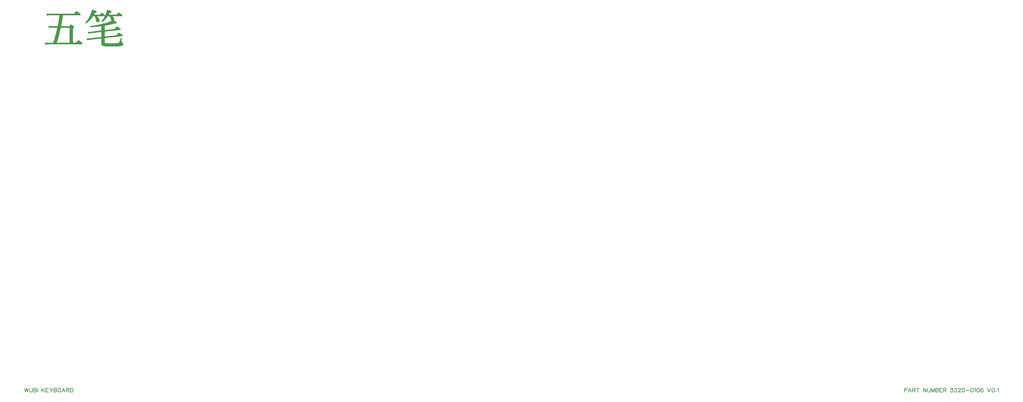
<source format=gto>
G04 Layer: TopSilkscreenLayer*
G04 EasyEDA v6.5.34, 2023-08-21 18:11:39*
G04 5f339448e5ce41b4b7b7b9c2d0f11448,5a6b42c53f6a479593ecc07194224c93,10*
G04 Gerber Generator version 0.2*
G04 Scale: 100 percent, Rotated: No, Reflected: No *
G04 Dimensions in millimeters *
G04 leading zeros omitted , absolute positions ,4 integer and 5 decimal *
%FSLAX45Y45*%
%MOMM*%

%ADD10C,0.1524*%

%LPD*%
G36*
X2339035Y10581589D02*
G01*
X2336800Y10579100D01*
X2334971Y10575899D01*
X2332380Y10566450D01*
X2330043Y10560862D01*
X2327097Y10555071D01*
X2324709Y10529976D01*
X2322525Y10527538D01*
X2321560Y10525861D01*
X2320493Y10523067D01*
X2316734Y10507675D01*
X2315514Y10504474D01*
X2313178Y10500309D01*
X2312111Y10497769D01*
X2310180Y10489285D01*
X2309317Y10486288D01*
X2308199Y10483443D01*
X2305710Y10478922D01*
X2303627Y10472877D01*
X2302510Y10466730D01*
X2301646Y10463885D01*
X2300528Y10461447D01*
X2298039Y10457738D01*
X2295956Y10453166D01*
X2294788Y10448696D01*
X2293874Y10446308D01*
X2292756Y10444124D01*
X2290368Y10440568D01*
X2289251Y10438282D01*
X2288336Y10435793D01*
X2287168Y10431018D01*
X2286355Y10428681D01*
X2285390Y10426649D01*
X2283206Y10423550D01*
X2280920Y10418521D01*
X2279192Y10412882D01*
X2277211Y10408158D01*
X2275382Y10405516D01*
X2273249Y10401300D01*
X2271369Y10396524D01*
X2269032Y10392105D01*
X2266950Y10389362D01*
X2265172Y10386263D01*
X2263952Y10383266D01*
X2261870Y10379659D01*
X2259431Y10376306D01*
X2258263Y10374223D01*
X2256282Y10368178D01*
X2254250Y10364368D01*
X2251760Y10361472D01*
X2250592Y10359745D01*
X2249678Y10357815D01*
X2248560Y10354259D01*
X2247696Y10352278D01*
X2246579Y10350398D01*
X2244140Y10347248D01*
X2241804Y10343184D01*
X2240229Y10339374D01*
X2238095Y10336123D01*
X2235962Y10334193D01*
X2234590Y10332313D01*
X2234082Y10330434D01*
X2231999Y10327335D01*
X2228951Y10323779D01*
X2227529Y10321747D01*
X2226462Y10319715D01*
X2225344Y10316362D01*
X2224430Y10314736D01*
X2223312Y10313314D01*
X2220874Y10311282D01*
X2219248Y10309301D01*
X2218639Y10307320D01*
X2216251Y10303510D01*
X2212746Y10299039D01*
X2210358Y10295128D01*
X2209698Y10292943D01*
X2207818Y10289997D01*
X2200452Y10281462D01*
X2186635Y10263479D01*
X2179066Y10254183D01*
X2168855Y10242702D01*
X2165451Y10238587D01*
X2162352Y10234015D01*
X2159914Y10229545D01*
X2158542Y10225786D01*
X2157577Y10221620D01*
X2168042Y10208768D01*
X2180539Y10208768D01*
X2184704Y10213035D01*
X2187752Y10215118D01*
X2191156Y10216692D01*
X2192426Y10218521D01*
X2195322Y10221010D01*
X2201011Y10224770D01*
X2204059Y10227056D01*
X2211933Y10234218D01*
X2215489Y10237114D01*
X2219807Y10239400D01*
X2222398Y10241534D01*
X2224328Y10244074D01*
X2226310Y10245750D01*
X2228138Y10246309D01*
X2231390Y10248392D01*
X2245664Y10261092D01*
X2254351Y10269169D01*
X2276144Y10290098D01*
X2279142Y10292638D01*
X2281275Y10293807D01*
X2282748Y10295432D01*
X2284222Y10297922D01*
X2285339Y10299242D01*
X2287879Y10301122D01*
X2289098Y10301782D01*
X2290064Y10302646D01*
X2290724Y10303560D01*
X2291283Y10305338D01*
X2293315Y10307777D01*
X2296312Y10310164D01*
X2298395Y10312450D01*
X2298954Y10314127D01*
X2300833Y10316718D01*
X2303983Y10319969D01*
X2308606Y10325303D01*
X2315565Y10333990D01*
X2322068Y10341051D01*
X2322830Y10342118D01*
X2323388Y10343591D01*
X2325471Y10346334D01*
X2331262Y10352481D01*
X2335885Y10358069D01*
X2338171Y10361980D01*
X2341016Y10365943D01*
X2344013Y10369651D01*
X2345944Y10372953D01*
X2346452Y10375036D01*
X2348077Y10377373D01*
X2350566Y10379710D01*
X2353056Y10383062D01*
X2355342Y10387533D01*
X2357170Y10389108D01*
X2359152Y10392105D01*
X2363012Y10399928D01*
X2366975Y10400741D01*
X2375357Y10401350D01*
X2388006Y10401503D01*
X2400147Y10401147D01*
X2404567Y10400792D01*
X2407005Y10400334D01*
X2408428Y10399572D01*
X2409545Y10398455D01*
X2410409Y10396982D01*
X2411476Y10393375D01*
X2413558Y10389717D01*
X2416149Y10386771D01*
X2417318Y10384790D01*
X2418283Y10382605D01*
X2419502Y10378338D01*
X2420366Y10376052D01*
X2423871Y10370210D01*
X2425039Y10367467D01*
X2426106Y10364216D01*
X2427630Y10357408D01*
X2429764Y10351262D01*
X2430830Y10349230D01*
X2433421Y10345623D01*
X2434844Y10329672D01*
X2435707Y10324846D01*
X2436825Y10320426D01*
X2438095Y10316718D01*
X2440990Y10309656D01*
X2442616Y10281615D01*
X2446985Y10272064D01*
X2449068Y10265613D01*
X2450287Y10260380D01*
X2451201Y10258094D01*
X2452319Y10256164D01*
X2455875Y10252303D01*
X2456535Y10251186D01*
X2456992Y10249560D01*
X2458516Y10247884D01*
X2461056Y10246360D01*
X2464409Y10243870D01*
X2469438Y10239298D01*
X2486050Y10238435D01*
X2496820Y10238587D01*
X2509824Y10239857D01*
X2513888Y10244124D01*
X2516225Y10245750D01*
X2517038Y10246004D01*
X2520188Y10247985D01*
X2524963Y10252456D01*
X2529382Y10257332D01*
X2531313Y10260533D01*
X2532075Y10262666D01*
X2536291Y10268915D01*
X2537663Y10274147D01*
X2538272Y10283190D01*
X2538374Y10321442D01*
X2533599Y10328757D01*
X2532329Y10331348D01*
X2531364Y10333939D01*
X2530195Y10338206D01*
X2529281Y10340441D01*
X2526792Y10344251D01*
X2524556Y10347147D01*
X2523845Y10348417D01*
X2523236Y10350398D01*
X2520848Y10353802D01*
X2517343Y10357815D01*
X2514955Y10361320D01*
X2514346Y10363301D01*
X2513685Y10364165D01*
X2509113Y10367314D01*
X2508453Y10368229D01*
X2507894Y10369854D01*
X2507081Y10370921D01*
X2502814Y10374020D01*
X2500071Y10376763D01*
X2498648Y10379202D01*
X2497124Y10380726D01*
X2495448Y10381335D01*
X2492197Y10383723D01*
X2485136Y10390530D01*
X2481580Y10393629D01*
X2478684Y10395559D01*
X2474264Y10397591D01*
X2472740Y10398506D01*
X2472537Y10398861D01*
X2472740Y10399217D01*
X2474823Y10399776D01*
X2479446Y10400233D01*
X2498547Y10400842D01*
X2653284Y10402265D01*
X2677109Y10402722D01*
X2679750Y10403433D01*
X2680208Y10399776D01*
X2680208Y10398048D01*
X2679801Y10396321D01*
X2679090Y10394746D01*
X2676804Y10391800D01*
X2674315Y10387228D01*
X2672384Y10382402D01*
X2669997Y10377982D01*
X2667863Y10375188D01*
X2666085Y10371734D01*
X2664866Y10368229D01*
X2662428Y10363911D01*
X2658364Y10358272D01*
X2657551Y10356545D01*
X2657094Y10354208D01*
X2655722Y10351922D01*
X2653588Y10349941D01*
X2651099Y10346334D01*
X2649016Y10342016D01*
X2646273Y10337393D01*
X2643733Y10334040D01*
X2642108Y10331399D01*
X2641549Y10329722D01*
X2639466Y10326674D01*
X2636469Y10322966D01*
X2635250Y10321036D01*
X2634437Y10319308D01*
X2633878Y10316819D01*
X2632151Y10314381D01*
X2629662Y10312400D01*
X2627985Y10310317D01*
X2627426Y10308437D01*
X2625344Y10305338D01*
X2622346Y10301986D01*
X2620314Y10299242D01*
X2619654Y10297718D01*
X2617368Y10294569D01*
X2613914Y10290505D01*
X2611120Y10286390D01*
X2609951Y10283748D01*
X2609240Y10282834D01*
X2608427Y10282224D01*
X2606802Y10281716D01*
X2605887Y10280904D01*
X2605074Y10279684D01*
X2603652Y10276636D01*
X2602636Y10275011D01*
X2601417Y10273588D01*
X2598928Y10271353D01*
X2597658Y10269575D01*
X2596540Y10267391D01*
X2595676Y10265054D01*
X2594152Y10259517D01*
X2595422Y10253878D01*
X2596743Y10249509D01*
X2598877Y10247122D01*
X2602839Y10246258D01*
X2609545Y10246309D01*
X2618994Y10246715D01*
X2623007Y10251592D01*
X2625293Y10253472D01*
X2626918Y10254030D01*
X2629204Y10256012D01*
X2631744Y10259009D01*
X2633268Y10260380D01*
X2634843Y10261396D01*
X2637434Y10262412D01*
X2639060Y10263479D01*
X2639720Y10264749D01*
X2642616Y10267238D01*
X2648559Y10271150D01*
X2651810Y10273639D01*
X2659938Y10281310D01*
X2663647Y10284510D01*
X2665120Y10285476D01*
X2666796Y10286085D01*
X2668320Y10287711D01*
X2669794Y10290251D01*
X2672130Y10292588D01*
X2674569Y10294061D01*
X2676550Y10296093D01*
X2677668Y10298226D01*
X2679700Y10300258D01*
X2682240Y10301782D01*
X2684322Y10303916D01*
X2685338Y10306100D01*
X2686659Y10307472D01*
X2688285Y10308031D01*
X2691231Y10310266D01*
X2699359Y10318445D01*
X2716174Y10336733D01*
X2736951Y10360863D01*
X2739186Y10364216D01*
X2739796Y10365943D01*
X2741472Y10367924D01*
X2744012Y10369854D01*
X2746146Y10372445D01*
X2747314Y10374985D01*
X2749600Y10378236D01*
X2754122Y10383316D01*
X2757627Y10387838D01*
X2760776Y10392511D01*
X2763113Y10396474D01*
X2765196Y10399014D01*
X2769362Y10400487D01*
X2777388Y10401147D01*
X2811119Y10401503D01*
X2816809Y10395915D01*
X2819958Y10391902D01*
X2821940Y10388650D01*
X2823921Y10386263D01*
X2825546Y10385145D01*
X2827020Y10382859D01*
X2828036Y10379760D01*
X2829915Y10376357D01*
X2832100Y10373410D01*
X2834386Y10368381D01*
X2836164Y10362692D01*
X2837230Y10359948D01*
X2838399Y10357662D01*
X2840634Y10354259D01*
X2841650Y10351516D01*
X2842564Y10348010D01*
X2844038Y10340086D01*
X2844901Y10336580D01*
X2845866Y10333837D01*
X2847746Y10330484D01*
X2849676Y10323830D01*
X2851353Y10315041D01*
X2852420Y10311180D01*
X2853588Y10308082D01*
X2855976Y10304272D01*
X2857906Y10300360D01*
X2859024Y10296956D01*
X2859938Y10295280D01*
X2861106Y10293807D01*
X2864561Y10290759D01*
X2865221Y10289692D01*
X2865780Y10287965D01*
X2866593Y10287050D01*
X2869336Y10285476D01*
X2872079Y10284206D01*
X2872994Y10283139D01*
X2872181Y10282224D01*
X2867863Y10280853D01*
X2864358Y10279024D01*
X2861411Y10276738D01*
X2856687Y10274350D01*
X2851658Y10272572D01*
X2847136Y10270337D01*
X2844139Y10268254D01*
X2842107Y10267289D01*
X2839770Y10266476D01*
X2834995Y10265359D01*
X2832658Y10264495D01*
X2830626Y10263479D01*
X2827680Y10261295D01*
X2825597Y10260177D01*
X2823159Y10259263D01*
X2818028Y10257993D01*
X2812491Y10255758D01*
X2808122Y10253218D01*
X2802940Y10251135D01*
X2798216Y10249966D01*
X2793085Y10247934D01*
X2788666Y10245496D01*
X2785872Y10244328D01*
X2782874Y10243413D01*
X2777185Y10242245D01*
X2774137Y10241330D01*
X2771343Y10240213D01*
X2766822Y10237774D01*
X2764028Y10236606D01*
X2761030Y10235692D01*
X2755239Y10234574D01*
X2749092Y10232542D01*
X2744012Y10230104D01*
X2740710Y10228986D01*
X2737154Y10228072D01*
X2730195Y10226954D01*
X2726893Y10226090D01*
X2723946Y10224922D01*
X2719070Y10222230D01*
X2716072Y10221112D01*
X2712618Y10220299D01*
X2704947Y10219182D01*
X2701086Y10218267D01*
X2697480Y10217150D01*
X2691536Y10214660D01*
X2687878Y10213543D01*
X2679750Y10212070D01*
X2675585Y10211511D01*
X2671775Y10210647D01*
X2668422Y10209530D01*
X2662834Y10206888D01*
X2659532Y10205821D01*
X2655773Y10205008D01*
X2647594Y10203891D01*
X2643428Y10203027D01*
X2639466Y10201808D01*
X2633014Y10199166D01*
X2627071Y10197439D01*
X2618536Y10196728D01*
X2611983Y10195661D01*
X2606446Y10194188D01*
X2603144Y10192562D01*
X2600807Y10190429D01*
X2575661Y10188041D01*
X2562809Y10181945D01*
X2539644Y10180320D01*
X2532989Y10177170D01*
X2529941Y10175951D01*
X2526639Y10174935D01*
X2523490Y10174274D01*
X2513228Y10173563D01*
X2505354Y10172496D01*
X2498293Y10170922D01*
X2493162Y10169042D01*
X2488234Y10166604D01*
X2470353Y10165334D01*
X2460752Y10163810D01*
X2457653Y10162997D01*
X2451557Y10160914D01*
X2445613Y10159492D01*
X2438349Y10158425D01*
X2421737Y10156850D01*
X2415997Y10155986D01*
X2411374Y10154920D01*
X2407920Y10153751D01*
X2402128Y10151211D01*
X2377897Y10149738D01*
X2370836Y10148824D01*
X2364689Y10147452D01*
X2357780Y10145268D01*
X2354275Y10144404D01*
X2342642Y10142778D01*
X2319883Y10141204D01*
X2315362Y10138867D01*
X2312720Y10137902D01*
X2308860Y10136936D01*
X2304186Y10136073D01*
X2287778Y10134346D01*
X2280666Y10126472D01*
X2280666Y10120630D01*
X2281021Y10115854D01*
X2282088Y10112502D01*
X2284120Y10110216D01*
X2287270Y10108641D01*
X2289708Y10108133D01*
X2299004Y10107523D01*
X2312771Y10107320D01*
X2329383Y10107472D01*
X2347214Y10108031D01*
X2364587Y10108844D01*
X2379827Y10109860D01*
X2391257Y10111130D01*
X2397607Y10112248D01*
X2405634Y10113111D01*
X2417419Y10113924D01*
X2472385Y10116362D01*
X2479040Y10116870D01*
X2484577Y10117531D01*
X2494178Y10119410D01*
X2499156Y10120731D01*
X2507183Y10122052D01*
X2512009Y10122509D01*
X2523337Y10122763D01*
X2537917Y10123525D01*
X2551684Y10124897D01*
X2561742Y10126472D01*
X2567127Y10128097D01*
X2574544Y10129570D01*
X2587904Y10130739D01*
X2587244Y10012781D01*
X2537104Y10009835D01*
X2525522Y10005517D01*
X2492654Y10003790D01*
X2480259Y10002875D01*
X2470353Y10001554D01*
X2454859Y9998252D01*
X2444800Y9997084D01*
X2409952Y9995001D01*
X2402586Y9994188D01*
X2397658Y9993376D01*
X2387803Y9991242D01*
X2378303Y9989820D01*
X2366873Y9988753D01*
X2327351Y9986619D01*
X2317292Y9982047D01*
X2230932Y9980625D01*
X2229002Y9978999D01*
X2226564Y9974884D01*
X2225954Y9969042D01*
X2227072Y9962845D01*
X2229916Y9957663D01*
X2231136Y9955834D01*
X2232253Y9953498D01*
X2233168Y9950907D01*
X2234285Y9945674D01*
X2235149Y9943338D01*
X2236317Y9941356D01*
X2238908Y9938664D01*
X2240584Y9936327D01*
X2241092Y9934651D01*
X2242769Y9932670D01*
X2247087Y9929672D01*
X2253284Y9930536D01*
X2259177Y9932009D01*
X2262124Y9933127D01*
X2269744Y9937242D01*
X2286355Y9938715D01*
X2291588Y9939528D01*
X2299970Y9941560D01*
X2307031Y9944100D01*
X2352954Y9946894D01*
X2362657Y9947960D01*
X2368905Y9949230D01*
X2375052Y9950856D01*
X2381250Y9951669D01*
X2389530Y9952431D01*
X2424582Y9954514D01*
X2434234Y9955580D01*
X2440381Y9956952D01*
X2447137Y9959695D01*
X2481681Y9961372D01*
X2494584Y9962286D01*
X2504744Y9963556D01*
X2514701Y9965537D01*
X2520391Y9966909D01*
X2524150Y9967468D01*
X2538882Y9968534D01*
X2557373Y9969449D01*
X2573629Y9970770D01*
X2578506Y9971481D01*
X2586482Y9973106D01*
X2587193Y9971278D01*
X2587650Y9956800D01*
X2587853Y9924491D01*
X2587701Y9877348D01*
X2587294Y9848799D01*
X2586888Y9840518D01*
X2583992Y9838334D01*
X2578557Y9836708D01*
X2569819Y9835540D01*
X2532583Y9833203D01*
X2522931Y9832136D01*
X2516835Y9830816D01*
X2514600Y9830003D01*
X2511298Y9829139D01*
X2505811Y9828276D01*
X2498293Y9827564D01*
X2464054Y9825431D01*
X2454402Y9824262D01*
X2450744Y9823602D01*
X2440838Y9820706D01*
X2436672Y9819944D01*
X2431999Y9819487D01*
X2419908Y9819182D01*
X2405430Y9818420D01*
X2392324Y9817150D01*
X2382774Y9815576D01*
X2380030Y9814763D01*
X2375154Y9812629D01*
X2342083Y9811004D01*
X2329230Y9809988D01*
X2319020Y9808616D01*
X2309520Y9806635D01*
X2304440Y9805314D01*
X2298750Y9804704D01*
X2270201Y9803536D01*
X2200351Y9802266D01*
X2197709Y9799980D01*
X2195779Y9796932D01*
X2193188Y9790938D01*
X2195525Y9779762D01*
X2196642Y9776561D01*
X2197963Y9773818D01*
X2200452Y9770262D01*
X2202027Y9767417D01*
X2202789Y9762540D01*
X2204110Y9758832D01*
X2205939Y9755835D01*
X2208123Y9754006D01*
X2215946Y9752584D01*
X2226716Y9752838D01*
X2237079Y9754514D01*
X2243632Y9757206D01*
X2245969Y9759289D01*
X2286762Y9762540D01*
X2295448Y9767112D01*
X2329129Y9768636D01*
X2341575Y9769500D01*
X2351430Y9770821D01*
X2366772Y9774377D01*
X2373071Y9775240D01*
X2395728Y9776104D01*
X2410256Y9777222D01*
X2422601Y9778746D01*
X2427020Y9779609D01*
X2433167Y9781336D01*
X2438755Y9782149D01*
X2446629Y9782860D01*
X2481275Y9784892D01*
X2490825Y9785959D01*
X2496921Y9787280D01*
X2499156Y9788144D01*
X2502509Y9789007D01*
X2508097Y9789820D01*
X2525522Y9791141D01*
X2543708Y9792157D01*
X2555900Y9793173D01*
X2563622Y9794290D01*
X2566365Y9794951D01*
X2570835Y9796526D01*
X2577185Y9797897D01*
X2587853Y9799167D01*
X2588107Y9683546D01*
X2588463Y9665106D01*
X2589123Y9653320D01*
X2589580Y9649307D01*
X2590190Y9646310D01*
X2590901Y9644024D01*
X2591765Y9642246D01*
X2593898Y9639046D01*
X2595372Y9635744D01*
X2595930Y9633051D01*
X2598267Y9628936D01*
X2601772Y9624415D01*
X2604516Y9620453D01*
X2605176Y9619132D01*
X2606751Y9617100D01*
X2610205Y9614306D01*
X2615285Y9610852D01*
X2623312Y9606026D01*
X2629712Y9601250D01*
X2631846Y9600234D01*
X2634284Y9599371D01*
X2639364Y9598253D01*
X2645156Y9596221D01*
X2652776Y9592056D01*
X2671927Y9590125D01*
X2681833Y9588246D01*
X2684881Y9587280D01*
X2690063Y9585096D01*
X2726791Y9583470D01*
X2770276Y9582353D01*
X2851912Y9581591D01*
X2946755Y9581946D01*
X3000349Y9582759D01*
X3044850Y9584029D01*
X3075787Y9585198D01*
X3080867Y9587331D01*
X3084118Y9588296D01*
X3089097Y9589262D01*
X3095345Y9590074D01*
X3113532Y9591598D01*
X3120186Y9592462D01*
X3123996Y9593580D01*
X3127908Y9596018D01*
X3133039Y9597694D01*
X3139440Y9599168D01*
X3142843Y9600234D01*
X3145891Y9601504D01*
X3150260Y9604044D01*
X3154578Y9606127D01*
X3157880Y9607245D01*
X3160979Y9609175D01*
X3163214Y9611512D01*
X3165754Y9613696D01*
X3167989Y9615220D01*
X3170021Y9617405D01*
X3171393Y9619691D01*
X3172358Y9620859D01*
X3176016Y9623450D01*
X3177133Y9625025D01*
X3178149Y9627209D01*
X3179775Y9632594D01*
X3181756Y9637166D01*
X3182721Y9638588D01*
X3184855Y9640976D01*
X3184855Y9663277D01*
X3180943Y9668510D01*
X3178962Y9672472D01*
X3177844Y9675926D01*
X3177032Y9677349D01*
X3175914Y9678517D01*
X3173425Y9679889D01*
X3170732Y9682276D01*
X3167481Y9686950D01*
X3160166Y9688271D01*
X3156610Y9689795D01*
X3152190Y9693910D01*
X3147618Y9696907D01*
X3143097Y9713722D01*
X3143199Y9738918D01*
X3144012Y9763201D01*
X3146145Y9804908D01*
X3135122Y9818370D01*
X3130600Y9817608D01*
X3126841Y9816541D01*
X3123844Y9814712D01*
X3121558Y9811969D01*
X3119272Y9806584D01*
X3118002Y9804247D01*
X3116173Y9802876D01*
X3114852Y9800031D01*
X3113684Y9795865D01*
X3112262Y9787788D01*
X3111347Y9784638D01*
X3110179Y9781794D01*
X3107690Y9777171D01*
X3106521Y9774377D01*
X3105607Y9771380D01*
X3104489Y9765690D01*
X3103626Y9762693D01*
X3102457Y9759899D01*
X3100019Y9755479D01*
X3098850Y9752888D01*
X3097936Y9750196D01*
X3096869Y9745370D01*
X3095091Y9740950D01*
X3092958Y9737801D01*
X3090621Y9732772D01*
X3088741Y9727184D01*
X3087624Y9724593D01*
X3086404Y9722459D01*
X3084271Y9719919D01*
X3082544Y9716820D01*
X3081477Y9713569D01*
X3080410Y9711486D01*
X3074822Y9704070D01*
X3072028Y9699345D01*
X3067913Y9695180D01*
X3062732Y9690658D01*
X3056026Y9685883D01*
X3053486Y9683699D01*
X3052572Y9682429D01*
X3048609Y9680702D01*
X3042716Y9678822D01*
X3037738Y9676841D01*
X3033826Y9674453D01*
X3029051Y9673386D01*
X3020110Y9672472D01*
X2989376Y9670389D01*
X2969971Y9668510D01*
X2950972Y9665970D01*
X2772308Y9665766D01*
X2752648Y9668306D01*
X2713431Y9672472D01*
X2706166Y9673437D01*
X2701645Y9674352D01*
X2699969Y9675215D01*
X2699410Y9675977D01*
X2696616Y9678111D01*
X2692704Y9680295D01*
X2688844Y9683089D01*
X2684881Y9687255D01*
X2684119Y9805416D01*
X2685643Y9807244D01*
X2686507Y9807956D01*
X2689301Y9808921D01*
X2692704Y9809226D01*
X2697276Y9810343D01*
X2704185Y9813188D01*
X2735630Y9814814D01*
X2749143Y9815779D01*
X2759506Y9817049D01*
X2768142Y9818725D01*
X2772308Y9819792D01*
X2776524Y9820554D01*
X2791612Y9821926D01*
X2807512Y9822738D01*
X2818841Y9823551D01*
X2828290Y9824821D01*
X2845765Y9828733D01*
X2853690Y9829495D01*
X2864713Y9829749D01*
X2879293Y9830562D01*
X2893161Y9832035D01*
X2904236Y9833813D01*
X2912008Y9835845D01*
X2916428Y9836658D01*
X2921101Y9837166D01*
X2933141Y9837521D01*
X2948228Y9838283D01*
X2961792Y9839553D01*
X2967278Y9840264D01*
X2971546Y9841077D01*
X2974289Y9841890D01*
X2979216Y9844024D01*
X3010814Y9845598D01*
X3025343Y9846564D01*
X3034690Y9847630D01*
X3040583Y9848951D01*
X3046171Y9850678D01*
X3051657Y9851491D01*
X3059328Y9852202D01*
X3093262Y9854285D01*
X3102965Y9855352D01*
X3110534Y9856927D01*
X3118967Y9859060D01*
X3124047Y9859873D01*
X3129534Y9860330D01*
X3146094Y9860889D01*
X3153918Y9861804D01*
X3159455Y9863429D01*
X3163468Y9865918D01*
X3166770Y9868408D01*
X3169107Y9869779D01*
X3170732Y9870338D01*
X3170732Y9888677D01*
X3161436Y9897872D01*
X3155442Y9902494D01*
X3151174Y9904780D01*
X3149650Y9905796D01*
X3148634Y9906812D01*
X3147974Y9908438D01*
X3147263Y9909251D01*
X3141167Y9912705D01*
X3135223Y9917277D01*
X3131820Y9919309D01*
X3129584Y9919868D01*
X3126130Y9921951D01*
X3122472Y9924948D01*
X3119374Y9926980D01*
X3117697Y9927539D01*
X3115360Y9929215D01*
X3112719Y9931755D01*
X3109214Y9933889D01*
X3105912Y9935057D01*
X3102406Y9937089D01*
X3099460Y9939629D01*
X3095142Y9941966D01*
X3090824Y9943439D01*
X3087674Y9945116D01*
X3087014Y9945928D01*
X3083052Y9948570D01*
X3075076Y9950500D01*
X3065526Y9951313D01*
X3056991Y9950602D01*
X3051200Y9949332D01*
X3040126Y9937038D01*
X3035808Y9931603D01*
X3034893Y9929622D01*
X3033166Y9927691D01*
X3030677Y9925812D01*
X3028950Y9923729D01*
X3028340Y9921798D01*
X3025952Y9917938D01*
X3022447Y9913518D01*
X3020060Y9909759D01*
X3019399Y9907778D01*
X3017367Y9904780D01*
X3014370Y9901377D01*
X3012287Y9898481D01*
X3011678Y9896703D01*
X3009341Y9893706D01*
X3003245Y9887864D01*
X2987700Y9886543D01*
X2977642Y9884714D01*
X2969463Y9882479D01*
X2964942Y9881666D01*
X2960116Y9881209D01*
X2948584Y9880904D01*
X2935173Y9880142D01*
X2922676Y9878822D01*
X2913430Y9877247D01*
X2910738Y9876383D01*
X2905963Y9874351D01*
X2875127Y9872726D01*
X2861665Y9871811D01*
X2852978Y9870795D01*
X2847238Y9869424D01*
X2841599Y9867646D01*
X2836062Y9866833D01*
X2828544Y9866122D01*
X2795270Y9864039D01*
X2786126Y9863023D01*
X2782874Y9862413D01*
X2774746Y9859975D01*
X2769108Y9859111D01*
X2736088Y9856825D01*
X2725267Y9855809D01*
X2716580Y9854336D01*
X2704033Y9851390D01*
X2699918Y9850780D01*
X2692349Y9850424D01*
X2684881Y9850831D01*
X2684526Y9925151D01*
X2684678Y9968484D01*
X2685237Y9982758D01*
X2686964Y9983266D01*
X2696514Y9984486D01*
X2710383Y9985705D01*
X2716784Y9986568D01*
X2721813Y9987483D01*
X2725013Y9988397D01*
X2729890Y9990480D01*
X2764434Y9992410D01*
X2781909Y9994087D01*
X2801670Y9997795D01*
X2811678Y9999014D01*
X2824530Y9999929D01*
X2855823Y10001554D01*
X2866136Y10005974D01*
X2898292Y10007600D01*
X2910789Y10008616D01*
X2920847Y10009936D01*
X2938322Y10013797D01*
X2946247Y10014559D01*
X2957068Y10014762D01*
X2971495Y10015626D01*
X2985008Y10016947D01*
X2994964Y10018572D01*
X2997708Y10019385D01*
X3002381Y10021366D01*
X3033725Y10022992D01*
X3046730Y10023957D01*
X3056636Y10025227D01*
X3065322Y10027005D01*
X3073349Y10028936D01*
X3082594Y10029952D01*
X3096056Y10030460D01*
X3102508Y10031526D01*
X3107385Y10033558D01*
X3111500Y10036810D01*
X3116122Y10041280D01*
X3116122Y10054742D01*
X3109518Y10062616D01*
X3107639Y10064445D01*
X3106064Y10065664D01*
X3104184Y10066324D01*
X3102457Y10068052D01*
X3101035Y10070541D01*
X3099308Y10072268D01*
X3097580Y10072776D01*
X3095142Y10074351D01*
X3092450Y10076891D01*
X3088538Y10079736D01*
X3084525Y10082022D01*
X3080207Y10084816D01*
X3076854Y10087356D01*
X3073958Y10088981D01*
X3072231Y10089438D01*
X3070555Y10090708D01*
X3068929Y10092842D01*
X3065119Y10095331D01*
X3060344Y10097414D01*
X3058210Y10098633D01*
X3056585Y10099852D01*
X3054908Y10101834D01*
X3053689Y10102748D01*
X3052267Y10103459D01*
X3049066Y10104526D01*
X3045561Y10106609D01*
X3042716Y10109149D01*
X3040938Y10110317D01*
X3039008Y10111232D01*
X3035452Y10112400D01*
X3033522Y10113264D01*
X3027121Y10117683D01*
X3022701Y10119156D01*
X3017520Y10119969D01*
X3012135Y10120172D01*
X3006902Y10119766D01*
X3002381Y10118750D01*
X2998978Y10117124D01*
X2996692Y10113975D01*
X2994710Y10112044D01*
X2992221Y10110622D01*
X2990138Y10108488D01*
X2989021Y10106253D01*
X2986887Y10103815D01*
X2984398Y10101884D01*
X2982671Y10099802D01*
X2982112Y10097820D01*
X2979674Y10094010D01*
X2976219Y10089591D01*
X2973781Y10085933D01*
X2973222Y10084206D01*
X2971850Y10082072D01*
X2967837Y10077500D01*
X2964738Y10073284D01*
X2961792Y10068661D01*
X2956712Y10058603D01*
X2940405Y10055860D01*
X2934563Y10054386D01*
X2932328Y10053574D01*
X2928823Y10052659D01*
X2922828Y10051846D01*
X2883712Y10049002D01*
X2875788Y10048138D01*
X2870606Y10047274D01*
X2860852Y10045242D01*
X2851454Y10043820D01*
X2840380Y10042753D01*
X2802788Y10040569D01*
X2792882Y10036251D01*
X2761183Y10034676D01*
X2746959Y10033558D01*
X2736443Y10032238D01*
X2732532Y10031526D01*
X2729585Y10030714D01*
X2727452Y10029850D01*
X2725013Y10029291D01*
X2713888Y10028072D01*
X2699562Y10027158D01*
X2688386Y10026954D01*
X2685897Y10027208D01*
X2684272Y10027818D01*
X2684272Y10144556D01*
X2685846Y10145166D01*
X2690215Y10145928D01*
X2703118Y10147604D01*
X2712008Y10149586D01*
X2718460Y10151821D01*
X2722778Y10152735D01*
X2728010Y10153497D01*
X2747365Y10154767D01*
X2754680Y10157866D01*
X2758541Y10159187D01*
X2763012Y10160355D01*
X2767990Y10161219D01*
X2778302Y10162336D01*
X2782773Y10163149D01*
X2786481Y10164114D01*
X2792171Y10166400D01*
X2796133Y10167416D01*
X2800959Y10168331D01*
X2811830Y10169753D01*
X2816707Y10170668D01*
X2820720Y10171734D01*
X2826664Y10174122D01*
X2835757Y10176408D01*
X2846019Y10178084D01*
X2850235Y10178999D01*
X2853334Y10180015D01*
X2856788Y10182047D01*
X2859481Y10182961D01*
X2862935Y10183774D01*
X2874619Y10185450D01*
X2879648Y10186416D01*
X2882798Y10187533D01*
X2886456Y10189819D01*
X2892247Y10191546D01*
X2899613Y10192918D01*
X2903169Y10193883D01*
X2906217Y10195001D01*
X2910484Y10197236D01*
X2913532Y10198354D01*
X2917139Y10199268D01*
X2925318Y10200640D01*
X2928975Y10201554D01*
X2931972Y10202672D01*
X2934258Y10203942D01*
X2938119Y10206736D01*
X2953512Y10207701D01*
X2961182Y10205008D01*
X2965094Y10203840D01*
X2969209Y10203027D01*
X2973527Y10202519D01*
X2977896Y10202316D01*
X2986938Y10202316D01*
X2992475Y10205872D01*
X2995828Y10207244D01*
X2998317Y10207802D01*
X2999994Y10208717D01*
X3003804Y10211816D01*
X3008172Y10216184D01*
X3008172Y10229443D01*
X3003702Y10233660D01*
X3001975Y10236047D01*
X3001721Y10236809D01*
X2999841Y10239857D01*
X2995523Y10244683D01*
X2990900Y10249204D01*
X2987954Y10251135D01*
X2987294Y10251338D01*
X2986074Y10252710D01*
X2985109Y10254843D01*
X2983179Y10257028D01*
X2980690Y10258602D01*
X2977489Y10261092D01*
X2971342Y10266578D01*
X2966516Y10270439D01*
X2962351Y10273233D01*
X2958998Y10274554D01*
X2956966Y10276179D01*
X2954934Y10278719D01*
X2953512Y10279989D01*
X2951835Y10281107D01*
X2948787Y10282428D01*
X2946755Y10283850D01*
X2945942Y10285272D01*
X2942640Y10287660D01*
X2940202Y10288981D01*
X2935071Y10292486D01*
X2932430Y10296448D01*
X2932379Y10300817D01*
X2937306Y10310266D01*
X2938983Y10317073D01*
X2939745Y10325455D01*
X2939542Y10334853D01*
X2938780Y10345978D01*
X2932125Y10358780D01*
X2930144Y10361980D01*
X2928366Y10364368D01*
X2926080Y10366248D01*
X2924810Y10367924D01*
X2924606Y10368737D01*
X2922879Y10371734D01*
X2918917Y10376255D01*
X2914599Y10380421D01*
X2909874Y10383266D01*
X2901950Y10390022D01*
X2896768Y10393832D01*
X2892348Y10396626D01*
X2888132Y10397998D01*
X2886862Y10398810D01*
X2886100Y10399776D01*
X2886303Y10400538D01*
X2976524Y10401300D01*
X3149092Y10402163D01*
X3154781Y10406024D01*
X3160776Y10412120D01*
X3163468Y10419486D01*
X3162808Y10427157D01*
X3158591Y10434116D01*
X3146247Y10446664D01*
X3137763Y10454640D01*
X3126384Y10463784D01*
X3122828Y10466222D01*
X3120186Y10467390D01*
X3117342Y10469473D01*
X3106978Y10479278D01*
X3104489Y10480954D01*
X3102660Y10481564D01*
X3099054Y10483951D01*
X3094634Y10487456D01*
X3090875Y10489844D01*
X3088995Y10490454D01*
X3088030Y10491063D01*
X3084982Y10494467D01*
X3083153Y10495737D01*
X3080969Y10496905D01*
X3076295Y10498582D01*
X3072028Y10500614D01*
X3069285Y10502442D01*
X3067456Y10503103D01*
X3065221Y10503458D01*
X3057194Y10503458D01*
X3051403Y10498734D01*
X3048254Y10496905D01*
X3046374Y10496346D01*
X3045460Y10495686D01*
X3044596Y10494670D01*
X3043224Y10492181D01*
X3041751Y10490454D01*
X3041091Y10490200D01*
X3038297Y10488218D01*
X3033674Y10483799D01*
X3029356Y10479074D01*
X3027172Y10475722D01*
X3025444Y10474350D01*
X3022955Y10473029D01*
X3021279Y10471454D01*
X3020669Y10469778D01*
X3018434Y10466832D01*
X3007969Y10455757D01*
X2996234Y10442600D01*
X2850743Y10443159D01*
X2813964Y10443616D01*
X2803804Y10444022D01*
X2797962Y10444632D01*
X2796387Y10444988D01*
X2795524Y10445394D01*
X2795320Y10445851D01*
X2795625Y10446410D01*
X2797352Y10448086D01*
X2799689Y10451947D01*
X2801772Y10456621D01*
X2804160Y10460532D01*
X2806141Y10462514D01*
X2807055Y10463885D01*
X2809798Y10470896D01*
X2810916Y10472877D01*
X2813405Y10476280D01*
X2815539Y10480192D01*
X2816758Y10483697D01*
X2819146Y10487914D01*
X2822041Y10491571D01*
X2824378Y10495178D01*
X2824937Y10496499D01*
X2826054Y10498226D01*
X2828696Y10499394D01*
X2833928Y10500207D01*
X2851454Y10501680D01*
X2859786Y10507065D01*
X2865221Y10510926D01*
X2868269Y10514533D01*
X2869641Y10519054D01*
X2869996Y10532414D01*
X2861360Y10540593D01*
X2857296Y10543692D01*
X2855417Y10544403D01*
X2853131Y10545775D01*
X2850286Y10547959D01*
X2848000Y10549178D01*
X2836976Y10553192D01*
X2834487Y10554360D01*
X2830830Y10556646D01*
X2828239Y10557662D01*
X2825242Y10558475D01*
X2818739Y10559542D01*
X2815488Y10560456D01*
X2812592Y10561574D01*
X2807665Y10564215D01*
X2804414Y10565434D01*
X2800553Y10566400D01*
X2792425Y10567720D01*
X2786989Y10569041D01*
X2785922Y10569600D01*
X2784094Y10571327D01*
X2780995Y10572699D01*
X2776728Y10573766D01*
X2767787Y10574985D01*
X2764536Y10575747D01*
X2761792Y10576712D01*
X2759710Y10577779D01*
X2756154Y10580319D01*
X2745333Y10574324D01*
X2743758Y10569854D01*
X2742692Y10564774D01*
X2742184Y10558830D01*
X2742082Y10552226D01*
X2736646Y10545318D01*
X2734259Y10528960D01*
X2733294Y10524744D01*
X2732125Y10521442D01*
X2729687Y10516971D01*
X2728518Y10514177D01*
X2727502Y10510977D01*
X2726080Y10504627D01*
X2723997Y10498886D01*
X2721813Y10495280D01*
X2720797Y10492892D01*
X2719984Y10490200D01*
X2718917Y10484764D01*
X2718003Y10481868D01*
X2716834Y10479227D01*
X2714345Y10475061D01*
X2712313Y10469626D01*
X2711196Y10464088D01*
X2710383Y10461650D01*
X2709265Y10459567D01*
X2706624Y10456418D01*
X2705506Y10454386D01*
X2704642Y10452049D01*
X2703525Y10447172D01*
X2702661Y10444683D01*
X2701544Y10442498D01*
X2699105Y10439146D01*
X2697937Y10436961D01*
X2697022Y10434523D01*
X2694940Y10425582D01*
X2693212Y10425379D01*
X2690469Y10427004D01*
X2687624Y10429798D01*
X2683764Y10436047D01*
X2679852Y10440670D01*
X2668524Y10452100D01*
X2662428Y10457738D01*
X2656840Y10462514D01*
X2652471Y10465816D01*
X2649118Y10467289D01*
X2647594Y10469016D01*
X2646273Y10471556D01*
X2645206Y10472724D01*
X2643936Y10473639D01*
X2641295Y10474706D01*
X2640126Y10475417D01*
X2639212Y10476331D01*
X2638044Y10478262D01*
X2636875Y10479430D01*
X2635300Y10480598D01*
X2631744Y10482529D01*
X2629357Y10484408D01*
X2628493Y10485831D01*
X2627223Y10486847D01*
X2617673Y10491774D01*
X2612034Y10495280D01*
X2609900Y10495991D01*
X2607462Y10496448D01*
X2598724Y10496600D01*
X2591663Y10492181D01*
X2585618Y10487660D01*
X2578049Y10480903D01*
X2570022Y10472978D01*
X2562555Y10464800D01*
X2552903Y10453217D01*
X2547924Y10446207D01*
X2547061Y10445394D01*
X2545689Y10444734D01*
X2543505Y10444226D01*
X2535885Y10443464D01*
X2522067Y10443057D01*
X2467610Y10442752D01*
X2394305Y10442651D01*
X2392883Y10444073D01*
X2392121Y10446258D01*
X2392629Y10449458D01*
X2394102Y10452658D01*
X2397302Y10456113D01*
X2398318Y10457688D01*
X2399131Y10459516D01*
X2400249Y10463479D01*
X2402281Y10467797D01*
X2404821Y10471353D01*
X2406040Y10473690D01*
X2409088Y10482834D01*
X2409799Y10484205D01*
X2411222Y10485424D01*
X2413304Y10488320D01*
X2415540Y10492282D01*
X2416810Y10493857D01*
X2417978Y10494924D01*
X2422550Y10496550D01*
X2425700Y10498175D01*
X2431643Y10499953D01*
X2438450Y10501274D01*
X2441600Y10502188D01*
X2444191Y10503204D01*
X2457145Y10512653D01*
X2459583Y10516158D01*
X2460853Y10520476D01*
X2461107Y10526217D01*
X2461006Y10533583D01*
X2454960Y10540949D01*
X2451760Y10543743D01*
X2449880Y10544403D01*
X2447493Y10546130D01*
X2444750Y10548772D01*
X2442768Y10549890D01*
X2440482Y10550804D01*
X2435352Y10551922D01*
X2432812Y10552836D01*
X2430475Y10553954D01*
X2428646Y10555173D01*
X2425141Y10558119D01*
X2413609Y10559592D01*
X2410409Y10560354D01*
X2407818Y10561370D01*
X2404008Y10563555D01*
X2401163Y10564622D01*
X2397760Y10565587D01*
X2390190Y10567009D01*
X2382164Y10569346D01*
X2375763Y10571937D01*
X2371699Y10573207D01*
X2367330Y10574223D01*
X2359304Y10575544D01*
X2355850Y10576306D01*
X2353157Y10577169D01*
X2350312Y10578795D01*
X2346452Y10580268D01*
G37*
G36*
X1915668Y10536580D02*
G01*
X1908149Y10535107D01*
X1905254Y10533278D01*
X1900326Y10528401D01*
X1899259Y10527741D01*
X1897684Y10527233D01*
X1896008Y10525506D01*
X1894484Y10522864D01*
X1891995Y10520375D01*
X1889353Y10518851D01*
X1887626Y10517530D01*
X1886712Y10515904D01*
X1882241Y10510723D01*
X1862226Y10489285D01*
X1852930Y10478617D01*
X1847088Y10471251D01*
X1846021Y10469473D01*
X1845411Y10467695D01*
X1165707Y10467695D01*
X1157325Y10469930D01*
X1146149Y10471810D01*
X1130198Y10473486D01*
X1114755Y10474452D01*
X1108811Y10474553D01*
X1105001Y10474350D01*
X1099667Y10472623D01*
X1096619Y10469524D01*
X1095857Y10465054D01*
X1098194Y10456875D01*
X1099667Y10450271D01*
X1100734Y10443057D01*
X1101598Y10439654D01*
X1102766Y10436707D01*
X1105357Y10432338D01*
X1106982Y10428935D01*
X1107440Y10427004D01*
X1108964Y10425226D01*
X1112875Y10422991D01*
X1151839Y10424769D01*
X1162608Y10425582D01*
X1175969Y10426903D01*
X1192682Y10428935D01*
X1450594Y10429951D01*
X1454556Y10426649D01*
X1453591Y10411714D01*
X1452981Y10407599D01*
X1452118Y10404195D01*
X1451152Y10401655D01*
X1448866Y10397286D01*
X1446631Y10367924D01*
X1445564Y10359390D01*
X1444193Y10352786D01*
X1442212Y10346740D01*
X1441348Y10343286D01*
X1440535Y10338155D01*
X1439367Y10324236D01*
X1438503Y10307066D01*
X1436014Y10301274D01*
X1434846Y10297668D01*
X1433728Y10292486D01*
X1432712Y10285882D01*
X1431036Y10270490D01*
X1430121Y10264394D01*
X1429156Y10259974D01*
X1428191Y10257485D01*
X1426616Y10254386D01*
X1425498Y10250220D01*
X1424533Y10243667D01*
X1422908Y10228072D01*
X1422095Y10223296D01*
X1421231Y10219690D01*
X1418691Y10213238D01*
X1417218Y10206380D01*
X1416151Y10198354D01*
X1415491Y10187686D01*
X1414830Y10184384D01*
X1413814Y10180980D01*
X1412544Y10177729D01*
X1409344Y10170820D01*
X1408531Y10157968D01*
X1407617Y10149179D01*
X1406194Y10142677D01*
X1404264Y10138257D01*
X1401775Y10135920D01*
X1396644Y10135514D01*
X1378864Y10135057D01*
X1319885Y10134600D01*
X1247952Y10134955D01*
X1224838Y10135463D01*
X1188821Y10136581D01*
X1181760Y10139222D01*
X1178204Y10140289D01*
X1174292Y10141153D01*
X1170228Y10141661D01*
X1157681Y10141915D01*
X1156004Y10139934D01*
X1154023Y10133736D01*
X1153922Y10124287D01*
X1155547Y10114635D01*
X1158595Y10107625D01*
X1159611Y10105999D01*
X1160424Y10104120D01*
X1160983Y10102088D01*
X1161389Y10098379D01*
X1162558Y10093858D01*
X1165707Y10087356D01*
X1170178Y10086441D01*
X1174343Y10086035D01*
X1178509Y10086390D01*
X1182827Y10087610D01*
X1187551Y10089743D01*
X1192682Y10092436D01*
X1391564Y10093350D01*
X1392580Y10091724D01*
X1393291Y10087965D01*
X1392783Y10081920D01*
X1391412Y10075214D01*
X1387906Y10065867D01*
X1386789Y10061905D01*
X1385925Y10057434D01*
X1384757Y10047782D01*
X1383944Y10043515D01*
X1382826Y10039908D01*
X1380236Y10033863D01*
X1379169Y10030256D01*
X1378305Y10026091D01*
X1377137Y10016896D01*
X1376273Y10012426D01*
X1375156Y10008412D01*
X1372514Y10001605D01*
X1371346Y9997287D01*
X1369618Y9987330D01*
X1368958Y9982200D01*
X1368196Y9978237D01*
X1367231Y9975342D01*
X1365148Y9971684D01*
X1364132Y9968484D01*
X1363167Y9964115D01*
X1361440Y9953244D01*
X1360322Y9948164D01*
X1359154Y9943947D01*
X1356969Y9938359D01*
X1355953Y9934752D01*
X1355140Y9930638D01*
X1354023Y9921748D01*
X1353108Y9917328D01*
X1351991Y9913315D01*
X1349451Y9906711D01*
X1348333Y9902799D01*
X1347419Y9898583D01*
X1346301Y9890455D01*
X1345438Y9886442D01*
X1344371Y9882733D01*
X1341882Y9876688D01*
X1340662Y9872726D01*
X1339596Y9868255D01*
X1338173Y9859822D01*
X1337310Y9856165D01*
X1336395Y9853320D01*
X1333855Y9848697D01*
X1332382Y9844074D01*
X1331315Y9838639D01*
X1330706Y9831222D01*
X1330096Y9829038D01*
X1329232Y9826955D01*
X1328166Y9825228D01*
X1325422Y9821773D01*
X1322832Y9805263D01*
X1321866Y9801098D01*
X1320850Y9797948D01*
X1318971Y9794494D01*
X1317955Y9791598D01*
X1316990Y9787890D01*
X1315313Y9779508D01*
X1314246Y9775342D01*
X1313027Y9771735D01*
X1310690Y9766808D01*
X1309674Y9763760D01*
X1308811Y9760305D01*
X1307693Y9753498D01*
X1306880Y9750196D01*
X1305763Y9747199D01*
X1303223Y9742322D01*
X1302004Y9739020D01*
X1301038Y9735210D01*
X1299565Y9727031D01*
X1298600Y9723424D01*
X1297482Y9720427D01*
X1295146Y9716211D01*
X1294130Y9713518D01*
X1293368Y9710369D01*
X1292352Y9703562D01*
X1291590Y9700361D01*
X1290624Y9697618D01*
X1288542Y9693960D01*
X1286814Y9689846D01*
X1285956Y9686391D01*
X1382471Y9686391D01*
X1382826Y9688372D01*
X1383538Y9690303D01*
X1386484Y9694976D01*
X1387805Y9698126D01*
X1388821Y9702495D01*
X1390548Y9712909D01*
X1391462Y9716312D01*
X1392529Y9719106D01*
X1394815Y9723018D01*
X1395780Y9725710D01*
X1396542Y9729063D01*
X1397711Y9736886D01*
X1398574Y9740646D01*
X1399692Y9743998D01*
X1402283Y9749434D01*
X1403400Y9752787D01*
X1404264Y9756444D01*
X1405432Y9764014D01*
X1406347Y9767671D01*
X1407464Y9771024D01*
X1409954Y9776409D01*
X1411071Y9779762D01*
X1411986Y9783470D01*
X1413154Y9790988D01*
X1414018Y9794697D01*
X1415135Y9797999D01*
X1417675Y9803434D01*
X1418793Y9806736D01*
X1419656Y9810394D01*
X1420723Y9817709D01*
X1421485Y9821062D01*
X1422400Y9823856D01*
X1425143Y9828733D01*
X1426413Y9831933D01*
X1427429Y9836302D01*
X1429105Y9846513D01*
X1429918Y9849866D01*
X1430883Y9852507D01*
X1432763Y9855860D01*
X1433779Y9858857D01*
X1434744Y9862870D01*
X1436370Y9872065D01*
X1437335Y9876028D01*
X1438351Y9879076D01*
X1440992Y9884054D01*
X1442466Y9889286D01*
X1443532Y9895433D01*
X1444193Y9903714D01*
X1444853Y9906457D01*
X1447038Y9911892D01*
X1450086Y9917633D01*
X1452676Y9941509D01*
X1457198Y9946538D01*
X1459128Y9962896D01*
X1460093Y9967722D01*
X1461262Y9972040D01*
X1463954Y9978999D01*
X1465122Y9983368D01*
X1466088Y9988346D01*
X1466850Y9993833D01*
X1468069Y10005771D01*
X1472590Y10010800D01*
X1474571Y10027208D01*
X1475587Y10032034D01*
X1476806Y10036302D01*
X1479499Y10043109D01*
X1480616Y10047020D01*
X1481429Y10051288D01*
X1482547Y10060279D01*
X1483360Y10064445D01*
X1484426Y10068153D01*
X1486865Y10074046D01*
X1488897Y10080853D01*
X1490726Y10091115D01*
X1491030Y10092029D01*
X1497177Y10092385D01*
X1539138Y10092740D01*
X1723491Y10092436D01*
X1723491Y9679889D01*
X1382928Y9679889D01*
X1382471Y9686391D01*
X1285956Y9686391D01*
X1285392Y9684258D01*
X1284274Y9681311D01*
X1283004Y9678822D01*
X1166774Y9680041D01*
X1112469Y9681108D01*
X1100429Y9681667D01*
X1089660Y9684359D01*
X1082395Y9685934D01*
X1076553Y9686798D01*
X1062482Y9687407D01*
X1056081Y9683191D01*
X1054303Y9672726D01*
X1057554Y9666020D01*
X1058926Y9662617D01*
X1060145Y9658705D01*
X1061059Y9654540D01*
X1061669Y9650374D01*
X1062482Y9641433D01*
X1072235Y9631730D01*
X1078230Y9631883D01*
X1082903Y9633000D01*
X1089863Y9635896D01*
X1118108Y9637014D01*
X1178458Y9637420D01*
X1335633Y9637826D01*
X1832102Y9638233D01*
X1996236Y9638639D01*
X2059178Y9639046D01*
X2070150Y9639350D01*
X2073656Y9641484D01*
X2077923Y9645040D01*
X2082749Y9649561D01*
X2082647Y9659416D01*
X2081936Y9663633D01*
X2081428Y9664496D01*
X2079498Y9666630D01*
X2076754Y9670643D01*
X2072589Y9675977D01*
X2066340Y9682632D01*
X2059279Y9689338D01*
X2050542Y9696500D01*
X2046935Y9699853D01*
X2044954Y9702088D01*
X2043836Y9702952D01*
X2042617Y9703460D01*
X2040382Y9703917D01*
X2039366Y9704578D01*
X2038451Y9705543D01*
X2037080Y9708134D01*
X2036013Y9709353D01*
X2034793Y9710267D01*
X2032152Y9711334D01*
X2030882Y9712248D01*
X2029764Y9713417D01*
X2028291Y9715906D01*
X2026767Y9717582D01*
X2025142Y9718141D01*
X2021839Y9720224D01*
X2013204Y9727336D01*
X2008022Y9731298D01*
X2004415Y9733737D01*
X2001621Y9734753D01*
X2000656Y9735413D01*
X1997710Y9738918D01*
X1995068Y9741052D01*
X1992426Y9742271D01*
X1989429Y9744303D01*
X1985416Y9748418D01*
X1978406Y9749332D01*
X1972310Y9749586D01*
X1966874Y9748824D01*
X1961946Y9746945D01*
X1957425Y9743948D01*
X1947875Y9735261D01*
X1935937Y9723374D01*
X1924050Y9710724D01*
X1918868Y9704933D01*
X1907489Y9691370D01*
X1901545Y9684613D01*
X1897888Y9679889D01*
X1824228Y9679127D01*
X1820570Y9682124D01*
X1820621Y10074452D01*
X1834845Y10087102D01*
X1840585Y10092537D01*
X1843938Y10096042D01*
X1845716Y10099649D01*
X1847545Y10101783D01*
X1850085Y10104170D01*
X1850288Y10112908D01*
X1849932Y10115245D01*
X1849374Y10117074D01*
X1847596Y10119664D01*
X1842820Y10128199D01*
X1839772Y10131958D01*
X1831441Y10140492D01*
X1827022Y10144506D01*
X1822907Y10147808D01*
X1819503Y10150094D01*
X1816455Y10151110D01*
X1814779Y10152481D01*
X1813255Y10154615D01*
X1810156Y10157002D01*
X1806549Y10158730D01*
X1804212Y10160457D01*
X1803349Y10161879D01*
X1799894Y10164318D01*
X1792884Y10168331D01*
X1791512Y10169347D01*
X1790395Y10170972D01*
X1788261Y10172039D01*
X1769567Y10178186D01*
X1763877Y10175290D01*
X1759661Y10174020D01*
X1756562Y10171988D01*
X1750720Y10166807D01*
X1743760Y10160050D01*
X1726946Y10142270D01*
X1724406Y10139019D01*
X1723034Y10135717D01*
X1713382Y10134752D01*
X1699564Y10134447D01*
X1628648Y10134295D01*
X1560728Y10134752D01*
X1510487Y10135565D01*
X1499362Y10136124D01*
X1499006Y10137089D01*
X1499209Y10138664D01*
X1501140Y10143642D01*
X1504137Y10149890D01*
X1505966Y10177272D01*
X1511808Y10191394D01*
X1513789Y10212882D01*
X1514551Y10218166D01*
X1515465Y10222026D01*
X1518056Y10228630D01*
X1519529Y10235539D01*
X1520647Y10243616D01*
X1521307Y10254538D01*
X1522933Y10261650D01*
X1527302Y10272420D01*
X1529842Y10305796D01*
X1532077Y10310114D01*
X1533093Y10313009D01*
X1534007Y10317276D01*
X1534820Y10323017D01*
X1536344Y10340289D01*
X1537360Y10347706D01*
X1538732Y10353751D01*
X1540764Y10359745D01*
X1541627Y10363098D01*
X1543304Y10375087D01*
X1544624Y10389870D01*
X1545437Y10396067D01*
X1546301Y10400690D01*
X1548180Y10405770D01*
X1549908Y10412679D01*
X1552244Y10426141D01*
X1553464Y10429748D01*
X1934667Y10429697D01*
X1987600Y10430052D01*
X2003399Y10430408D01*
X2013915Y10430865D01*
X2020265Y10431424D01*
X2023821Y10432186D01*
X2025396Y10432897D01*
X2028596Y10434878D01*
X2029460Y10440670D01*
X2029815Y10445089D01*
X2029409Y10449255D01*
X2028189Y10453370D01*
X2026056Y10457535D01*
X2022856Y10461955D01*
X2018588Y10466730D01*
X2013051Y10472013D01*
X1999945Y10483697D01*
X1996795Y10486745D01*
X1994204Y10488625D01*
X1992579Y10489184D01*
X1990140Y10490962D01*
X1987296Y10493705D01*
X1983638Y10496550D01*
X1980234Y10498582D01*
X1976932Y10501223D01*
X1974646Y10503763D01*
X1972411Y10505389D01*
X1970633Y10505846D01*
X1968550Y10507573D01*
X1966671Y10510062D01*
X1964689Y10511790D01*
X1963064Y10512348D01*
X1960372Y10514380D01*
X1957476Y10517378D01*
X1955038Y10519460D01*
X1953463Y10520121D01*
X1949957Y10522508D01*
X1945589Y10526014D01*
X1941779Y10528401D01*
X1939848Y10528960D01*
X1938020Y10530281D01*
X1937207Y10531246D01*
X1932381Y10534396D01*
X1924507Y10536224D01*
G37*
D10*
X508000Y305815D02*
G01*
X533907Y196850D01*
X560070Y305815D02*
G01*
X533907Y196850D01*
X560070Y305815D02*
G01*
X585978Y196850D01*
X611886Y305815D02*
G01*
X585978Y196850D01*
X646176Y305815D02*
G01*
X646176Y227837D01*
X651510Y212344D01*
X661670Y201929D01*
X677418Y196850D01*
X687831Y196850D01*
X703326Y201929D01*
X713739Y212344D01*
X718820Y227837D01*
X718820Y305815D01*
X753110Y305815D02*
G01*
X753110Y196850D01*
X753110Y305815D02*
G01*
X800100Y305815D01*
X815594Y300736D01*
X820673Y295402D01*
X826007Y284987D01*
X826007Y274573D01*
X820673Y264160D01*
X815594Y259079D01*
X800100Y254000D01*
X753110Y254000D02*
G01*
X800100Y254000D01*
X815594Y248665D01*
X820673Y243586D01*
X826007Y233171D01*
X826007Y217423D01*
X820673Y207010D01*
X815594Y201929D01*
X800100Y196850D01*
X753110Y196850D01*
X860297Y305815D02*
G01*
X860297Y196850D01*
X974597Y305815D02*
G01*
X974597Y196850D01*
X1047242Y305815D02*
G01*
X974597Y233171D01*
X1000505Y259079D02*
G01*
X1047242Y196850D01*
X1081531Y305815D02*
G01*
X1081531Y196850D01*
X1081531Y305815D02*
G01*
X1149095Y305815D01*
X1081531Y254000D02*
G01*
X1123187Y254000D01*
X1081531Y196850D02*
G01*
X1149095Y196850D01*
X1183386Y305815D02*
G01*
X1225042Y254000D01*
X1225042Y196850D01*
X1266444Y305815D02*
G01*
X1225042Y254000D01*
X1300734Y305815D02*
G01*
X1300734Y196850D01*
X1300734Y305815D02*
G01*
X1347470Y305815D01*
X1363218Y300736D01*
X1368297Y295402D01*
X1373631Y284987D01*
X1373631Y274573D01*
X1368297Y264160D01*
X1363218Y259079D01*
X1347470Y254000D01*
X1300734Y254000D02*
G01*
X1347470Y254000D01*
X1363218Y248665D01*
X1368297Y243586D01*
X1373631Y233171D01*
X1373631Y217423D01*
X1368297Y207010D01*
X1363218Y201929D01*
X1347470Y196850D01*
X1300734Y196850D01*
X1438910Y305815D02*
G01*
X1428750Y300736D01*
X1418336Y290321D01*
X1413002Y279907D01*
X1407921Y264160D01*
X1407921Y238252D01*
X1413002Y222757D01*
X1418336Y212344D01*
X1428750Y201929D01*
X1438910Y196850D01*
X1459737Y196850D01*
X1470152Y201929D01*
X1480565Y212344D01*
X1485900Y222757D01*
X1490979Y238252D01*
X1490979Y264160D01*
X1485900Y279907D01*
X1480565Y290321D01*
X1470152Y300736D01*
X1459737Y305815D01*
X1438910Y305815D01*
X1566926Y305815D02*
G01*
X1525270Y196850D01*
X1566926Y305815D02*
G01*
X1608328Y196850D01*
X1540763Y233171D02*
G01*
X1592834Y233171D01*
X1642618Y305815D02*
G01*
X1642618Y196850D01*
X1642618Y305815D02*
G01*
X1689354Y305815D01*
X1705102Y300736D01*
X1710181Y295402D01*
X1715515Y284987D01*
X1715515Y274573D01*
X1710181Y264160D01*
X1705102Y259079D01*
X1689354Y254000D01*
X1642618Y254000D01*
X1678939Y254000D02*
G01*
X1715515Y196850D01*
X1749805Y305815D02*
G01*
X1749805Y196850D01*
X1749805Y305815D02*
G01*
X1786128Y305815D01*
X1801621Y300736D01*
X1812036Y290321D01*
X1817370Y279907D01*
X1822450Y264160D01*
X1822450Y238252D01*
X1817370Y222757D01*
X1812036Y212344D01*
X1801621Y201929D01*
X1786128Y196850D01*
X1749805Y196850D01*
X24396700Y305815D02*
G01*
X24396700Y196850D01*
X24396700Y305815D02*
G01*
X24443436Y305815D01*
X24458929Y300736D01*
X24464263Y295402D01*
X24469343Y284987D01*
X24469343Y269494D01*
X24464263Y259079D01*
X24458929Y254000D01*
X24443436Y248665D01*
X24396700Y248665D01*
X24545290Y305815D02*
G01*
X24503634Y196850D01*
X24545290Y305815D02*
G01*
X24586945Y196850D01*
X24519381Y233171D02*
G01*
X24571198Y233171D01*
X24621236Y305815D02*
G01*
X24621236Y196850D01*
X24621236Y305815D02*
G01*
X24667972Y305815D01*
X24683466Y300736D01*
X24688800Y295402D01*
X24693879Y284987D01*
X24693879Y274573D01*
X24688800Y264160D01*
X24683466Y259079D01*
X24667972Y254000D01*
X24621236Y254000D01*
X24657558Y254000D02*
G01*
X24693879Y196850D01*
X24764491Y305815D02*
G01*
X24764491Y196850D01*
X24728170Y305815D02*
G01*
X24800813Y305815D01*
X24915113Y305815D02*
G01*
X24915113Y196850D01*
X24915113Y305815D02*
G01*
X24988011Y196850D01*
X24988011Y305815D02*
G01*
X24988011Y196850D01*
X25022302Y305815D02*
G01*
X25022302Y227837D01*
X25027381Y212344D01*
X25037795Y201929D01*
X25053290Y196850D01*
X25063704Y196850D01*
X25079452Y201929D01*
X25089866Y212344D01*
X25094945Y227837D01*
X25094945Y305815D01*
X25129236Y305815D02*
G01*
X25129236Y196850D01*
X25129236Y305815D02*
G01*
X25170891Y196850D01*
X25212293Y305815D02*
G01*
X25170891Y196850D01*
X25212293Y305815D02*
G01*
X25212293Y196850D01*
X25246584Y305815D02*
G01*
X25246584Y196850D01*
X25246584Y305815D02*
G01*
X25293320Y305815D01*
X25309068Y300736D01*
X25314148Y295402D01*
X25319481Y284987D01*
X25319481Y274573D01*
X25314148Y264160D01*
X25309068Y259079D01*
X25293320Y254000D01*
X25246584Y254000D02*
G01*
X25293320Y254000D01*
X25309068Y248665D01*
X25314148Y243586D01*
X25319481Y233171D01*
X25319481Y217423D01*
X25314148Y207010D01*
X25309068Y201929D01*
X25293320Y196850D01*
X25246584Y196850D01*
X25353772Y305815D02*
G01*
X25353772Y196850D01*
X25353772Y305815D02*
G01*
X25421336Y305815D01*
X25353772Y254000D02*
G01*
X25395174Y254000D01*
X25353772Y196850D02*
G01*
X25421336Y196850D01*
X25455625Y305815D02*
G01*
X25455625Y196850D01*
X25455625Y305815D02*
G01*
X25502361Y305815D01*
X25517856Y300736D01*
X25523190Y295402D01*
X25528270Y284987D01*
X25528270Y274573D01*
X25523190Y264160D01*
X25517856Y259079D01*
X25502361Y254000D01*
X25455625Y254000D01*
X25491948Y254000D02*
G01*
X25528270Y196850D01*
X25652984Y305815D02*
G01*
X25710134Y305815D01*
X25678891Y264160D01*
X25694640Y264160D01*
X25704800Y259079D01*
X25710134Y254000D01*
X25715213Y238252D01*
X25715213Y227837D01*
X25710134Y212344D01*
X25699720Y201929D01*
X25684225Y196850D01*
X25668477Y196850D01*
X25652984Y201929D01*
X25647650Y207010D01*
X25642570Y217423D01*
X25759918Y305815D02*
G01*
X25817068Y305815D01*
X25786079Y264160D01*
X25801574Y264160D01*
X25811988Y259079D01*
X25817068Y254000D01*
X25822402Y238252D01*
X25822402Y227837D01*
X25817068Y212344D01*
X25806654Y201929D01*
X25791159Y196850D01*
X25775666Y196850D01*
X25759918Y201929D01*
X25754838Y207010D01*
X25749504Y217423D01*
X25861772Y279907D02*
G01*
X25861772Y284987D01*
X25867106Y295402D01*
X25872186Y300736D01*
X25882600Y305815D01*
X25903427Y305815D01*
X25913841Y300736D01*
X25918922Y295402D01*
X25924256Y284987D01*
X25924256Y274573D01*
X25918922Y264160D01*
X25908508Y248665D01*
X25856691Y196850D01*
X25929336Y196850D01*
X25994868Y305815D02*
G01*
X25979120Y300736D01*
X25968959Y284987D01*
X25963625Y259079D01*
X25963625Y243586D01*
X25968959Y217423D01*
X25979120Y201929D01*
X25994868Y196850D01*
X26005281Y196850D01*
X26020775Y201929D01*
X26031190Y217423D01*
X26036270Y243586D01*
X26036270Y259079D01*
X26031190Y284987D01*
X26020775Y300736D01*
X26005281Y305815D01*
X25994868Y305815D01*
X26070559Y243586D02*
G01*
X26164286Y243586D01*
X26229563Y305815D02*
G01*
X26214070Y300736D01*
X26203656Y284987D01*
X26198575Y259079D01*
X26198575Y243586D01*
X26203656Y217423D01*
X26214070Y201929D01*
X26229563Y196850D01*
X26239977Y196850D01*
X26255725Y201929D01*
X26266140Y217423D01*
X26271220Y243586D01*
X26271220Y259079D01*
X26266140Y284987D01*
X26255725Y300736D01*
X26239977Y305815D01*
X26229563Y305815D01*
X26305509Y284987D02*
G01*
X26315924Y290321D01*
X26331418Y305815D01*
X26331418Y196850D01*
X26396950Y305815D02*
G01*
X26381456Y300736D01*
X26371041Y284987D01*
X26365708Y259079D01*
X26365708Y243586D01*
X26371041Y217423D01*
X26381456Y201929D01*
X26396950Y196850D01*
X26407363Y196850D01*
X26422858Y201929D01*
X26433272Y217423D01*
X26438606Y243586D01*
X26438606Y259079D01*
X26433272Y284987D01*
X26422858Y300736D01*
X26407363Y305815D01*
X26396950Y305815D01*
X26535125Y290321D02*
G01*
X26530045Y300736D01*
X26514298Y305815D01*
X26503884Y305815D01*
X26488390Y300736D01*
X26477975Y284987D01*
X26472895Y259079D01*
X26472895Y233171D01*
X26477975Y212344D01*
X26488390Y201929D01*
X26503884Y196850D01*
X26509218Y196850D01*
X26524711Y201929D01*
X26535125Y212344D01*
X26540459Y227837D01*
X26540459Y233171D01*
X26535125Y248665D01*
X26524711Y259079D01*
X26509218Y264160D01*
X26503884Y264160D01*
X26488390Y259079D01*
X26477975Y248665D01*
X26472895Y233171D01*
X26654759Y305815D02*
G01*
X26696161Y196850D01*
X26737818Y305815D02*
G01*
X26696161Y196850D01*
X26803350Y305815D02*
G01*
X26787602Y300736D01*
X26777188Y284987D01*
X26772108Y259079D01*
X26772108Y243586D01*
X26777188Y217423D01*
X26787602Y201929D01*
X26803350Y196850D01*
X26813509Y196850D01*
X26829258Y201929D01*
X26839672Y217423D01*
X26844752Y243586D01*
X26844752Y259079D01*
X26839672Y284987D01*
X26829258Y300736D01*
X26813509Y305815D01*
X26803350Y305815D01*
X26884375Y222757D02*
G01*
X26879041Y217423D01*
X26884375Y212344D01*
X26889456Y217423D01*
X26884375Y222757D01*
X26923745Y284987D02*
G01*
X26934159Y290321D01*
X26949654Y305815D01*
X26949654Y196850D01*
M02*

</source>
